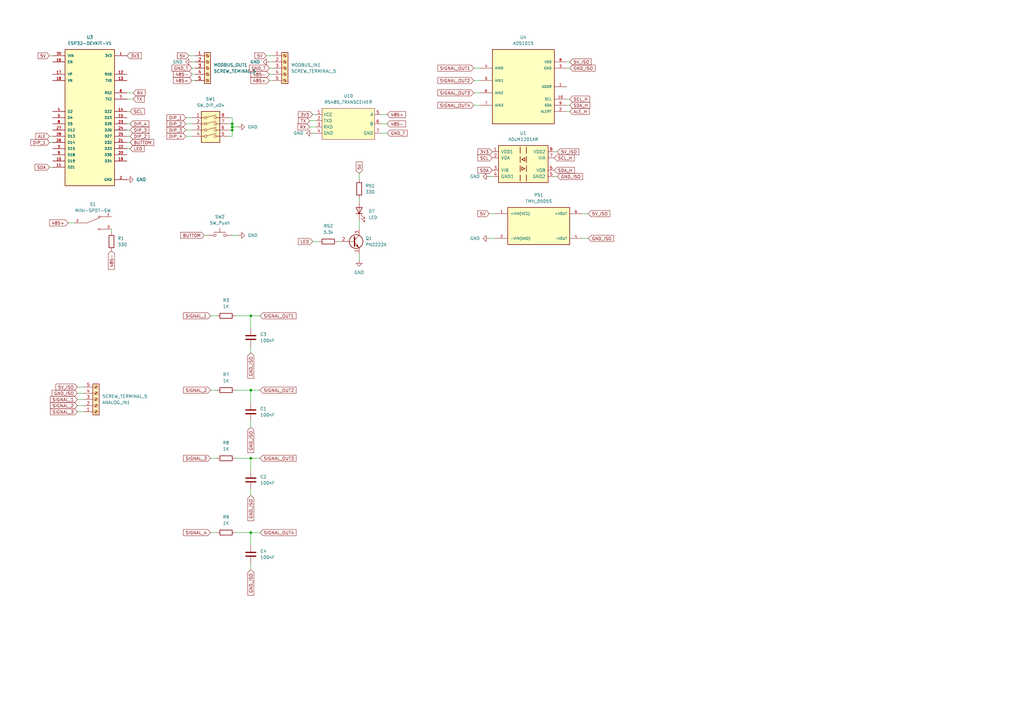
<source format=kicad_sch>
(kicad_sch (version 20250114) (generator "eeschema") (generator_version "9.0")
  (paper "A3")
  (lib_symbols
    (symbol "Connector:Screw_Terminal_01x05" (pin_names (offset 1.016) (hide yes))
      (property "Reference" "J" (at 0 7.62 0))
      (property "Value" "Screw_Terminal_01x05" (at 0 -7.62 0))
      (symbol "Screw_Terminal_01x05_1_1"
        (rectangle (start -1.27 6.35) (end 1.27 -6.35) (stroke (width 0.254)) (fill (type background)))
        (polyline (pts (xy -0.5334 5.4102) (xy 0.3302 4.572)) (stroke (width 0.1524)))
        (polyline (pts (xy -0.5334 2.8702) (xy 0.3302 2.032)) (stroke (width 0.1524)))
        (polyline (pts (xy -0.5334 0.3302) (xy 0.3302 -0.508)) (stroke (width 0.1524)))
        (polyline (pts (xy -0.5334 -2.2098) (xy 0.3302 -3.048)) (stroke (width 0.1524)))
        (polyline (pts (xy -0.5334 -4.7498) (xy 0.3302 -5.588)) (stroke (width 0.1524)))
        (polyline (pts (xy -0.3556 5.588) (xy 0.508 4.7498)) (stroke (width 0.1524)))
        (polyline (pts (xy -0.3556 3.048) (xy 0.508 2.2098)) (stroke (width 0.1524)))
        (polyline (pts (xy -0.3556 0.508) (xy 0.508 -0.3302)) (stroke (width 0.1524)))
        (polyline (pts (xy -0.3556 -2.032) (xy 0.508 -2.8702)) (stroke (width 0.1524)))
        (polyline (pts (xy -0.3556 -4.572) (xy 0.508 -5.4102)) (stroke (width 0.1524)))
        (circle (center 0 5.08) (radius 0.635) (stroke (width 0.1524)))
        (circle (center 0 2.54) (radius 0.635) (stroke (width 0.1524)))
        (circle (center 0 0) (radius 0.635) (stroke (width 0.1524)))
        (circle (center 0 -2.54) (radius 0.635) (stroke (width 0.1524)))
        (circle (center 0 -5.08) (radius 0.635) (stroke (width 0.1524)))
        (pin passive line (at -5.08 5.08 0) (length 3.81) (name "Pin_1") (number "1"))
        (pin passive line (at -5.08 2.54 0) (length 3.81) (name "Pin_2") (number "2"))
        (pin passive line (at -5.08 0 0) (length 3.81) (name "Pin_3") (number "3"))
        (pin passive line (at -5.08 -2.54 0) (length 3.81) (name "Pin_4") (number "4"))
        (pin passive line (at -5.08 -5.08 0) (length 3.81) (name "Pin_5") (number "5"))
      )
    )
    (symbol "Device:C" (pin_numbers (hide yes)) (pin_names (offset 0.254))
      (property "Reference" "C" (at 0.635 2.54 0))
      (property "Value" "C" (at 0.635 -2.54 0))
      (symbol "C_0_1"
        (polyline (pts (xy -2.032 0.762) (xy 2.032 0.762)) (stroke (width 0.508)))
        (polyline (pts (xy -2.032 -0.762) (xy 2.032 -0.762)) (stroke (width 0.508)))
      )
      (symbol "C_1_1"
        (pin passive line (at 0 3.81 270) (length 2.794) (name "~") (number "1"))
        (pin passive line (at 0 -3.81 90) (length 2.794) (name "~") (number "2"))
      )
    )
    (symbol "Device:LED" (pin_numbers (hide yes)) (pin_names (offset 1.016) (hide yes))
      (property "Reference" "D" (at 0 2.54 0))
      (property "Value" "LED" (at 0 -2.54 0))
      (symbol "LED_0_1"
        (polyline (pts (xy -3.048 -0.762) (xy -4.572 -2.286) (xy -3.81 -2.286) (xy -4.572 -2.286) (xy -4.572 -1.524)))
        (polyline (pts (xy -1.778 -0.762) (xy -3.302 -2.286) (xy -2.54 -2.286) (xy -3.302 -2.286) (xy -3.302 -1.524)))
        (polyline (pts (xy -1.27 0) (xy 1.27 0)))
        (polyline (pts (xy -1.27 -1.27) (xy -1.27 1.27)) (stroke (width 0.254)))
        (polyline (pts (xy 1.27 -1.27) (xy 1.27 1.27) (xy -1.27 0) (xy 1.27 -1.27)) (stroke (width 0.254)))
      )
      (symbol "LED_1_1"
        (pin passive line (at -3.81 0 0) (length 2.54) (name "K") (number "1"))
        (pin passive line (at 3.81 0 180) (length 2.54) (name "A") (number "2"))
      )
    )
    (symbol "Device:R" (pin_numbers (hide yes)) (pin_names (offset 0))
      (property "Reference" "R" (at 2.032 0 90))
      (property "Value" "R" (at 0 0 90))
      (symbol "R_0_1"
        (rectangle (start -1.016 -2.54) (end 1.016 2.54) (stroke (width 0.254)))
      )
      (symbol "R_1_1"
        (pin passive line (at 0 3.81 270) (length 1.27) (name "~") (number "1"))
        (pin passive line (at 0 -3.81 90) (length 1.27) (name "~") (number "2"))
      )
    )
    (symbol "ESP32-DEVKIT-V1:ESP32-DEVKIT-V1" (pin_names (offset 1.016))
      (property "Reference" "U" (at -10.16 30.48 0))
      (property "Value" "ESP32-DEVKIT-V1" (at -10.16 -30.48 0))
      (symbol "ESP32-DEVKIT-V1_0_0"
        (rectangle (start -10.16 -27.94) (end 10.16 27.94) (stroke (width 0.254)) (fill (type background)))
        (pin input line (at -15.24 25.4 0) (length 5.08) (name "VIN") (number "30"))
        (pin input line (at -15.24 22.86 0) (length 5.08) (name "EN") (number "16"))
        (pin bidirectional line (at -15.24 17.78 0) (length 5.08) (name "VP") (number "17"))
        (pin bidirectional line (at -15.24 15.24 0) (length 5.08) (name "VN") (number "18"))
        (pin bidirectional line (at -15.24 2.54 0) (length 5.08) (name "D2") (number "4"))
        (pin bidirectional line (at -15.24 0 0) (length 5.08) (name "D4") (number "5"))
        (pin bidirectional line (at -15.24 -2.54 0) (length 5.08) (name "D5") (number "8"))
        (pin bidirectional line (at -15.24 -5.08 0) (length 5.08) (name "D12") (number "27"))
        (pin bidirectional line (at -15.24 -7.62 0) (length 5.08) (name "D13") (number "28"))
        (pin bidirectional line (at -15.24 -10.16 0) (length 5.08) (name "D14") (number "26"))
        (pin bidirectional line (at -15.24 -12.7 0) (length 5.08) (name "D15") (number "3"))
        (pin bidirectional line (at -15.24 -15.24 0) (length 5.08) (name "D18") (number "9"))
        (pin bidirectional line (at -15.24 -17.78 0) (length 5.08) (name "D19") (number "10"))
        (pin bidirectional line (at -15.24 -20.32 0) (length 5.08) (name "D21") (number "11"))
        (pin output line (at 15.24 25.4 180) (length 5.08) (name "3V3") (number "1"))
        (pin input line (at 15.24 17.78 180) (length 5.08) (name "RX0") (number "12"))
        (pin output line (at 15.24 15.24 180) (length 5.08) (name "TX0") (number "13"))
        (pin input line (at 15.24 10.16 180) (length 5.08) (name "RX2") (number "6"))
        (pin output line (at 15.24 7.62 180) (length 5.08) (name "TX2") (number "7"))
        (pin bidirectional line (at 15.24 2.54 180) (length 5.08) (name "D22") (number "14"))
        (pin bidirectional line (at 15.24 0 180) (length 5.08) (name "D23") (number "15"))
        (pin bidirectional line (at 15.24 -2.54 180) (length 5.08) (name "D25") (number "23"))
        (pin bidirectional line (at 15.24 -5.08 180) (length 5.08) (name "D26") (number "24"))
        (pin bidirectional line (at 15.24 -7.62 180) (length 5.08) (name "D27") (number "25"))
        (pin bidirectional line (at 15.24 -10.16 180) (length 5.08) (name "D32") (number "21"))
        (pin bidirectional line (at 15.24 -12.7 180) (length 5.08) (name "D33") (number "22"))
        (pin bidirectional line (at 15.24 -15.24 180) (length 5.08) (name "D35") (number "20"))
        (pin bidirectional line (at 15.24 -17.78 180) (length 5.08) (name "D34") (number "19"))
        (pin power_in line (at 15.24 -25.4 180) (length 5.08) (name "GND") (number "2"))
        (pin power_in line (at 15.24 -25.4 180) (length 5.08) (hide yes) (name "GND") (number "29"))
      )
    )
    (symbol "Isolator:ADuM1201AR" (pin_names (offset 1.016))
      (property "Reference" "U" (at -10.16 8.89 0))
      (property "Value" "ADuM1201AR" (at -2.032 8.89 0))
      (symbol "ADuM1201AR_0_1"
        (rectangle (start -10.16 7.62) (end 10.16 -7.62) (stroke (width 0.254)) (fill (type background)))
        (polyline (pts (xy -1.27 6.985) (xy -1.27 4.445)) (stroke (width 0.254)))
        (polyline (pts (xy -1.27 3.175) (xy -1.27 0.635)) (stroke (width 0.254)))
        (polyline (pts (xy -1.27 -0.635) (xy -1.27 -3.175)) (stroke (width 0.254)))
        (polyline (pts (xy -1.27 -4.445) (xy -1.27 -6.985)) (stroke (width 0.254)))
        (polyline (pts (xy -0.635 -1.27) (xy -0.635 -2.54) (xy 0.635 -1.905) (xy -0.635 -1.27)) (stroke (width 0.254)))
        (polyline (pts (xy 0.635 2.54) (xy 0.635 1.27) (xy -0.635 1.905) (xy 0.635 2.54)) (stroke (width 0.254)))
        (polyline (pts (xy 1.27 6.985) (xy 1.27 4.445)) (stroke (width 0.254)))
        (polyline (pts (xy 1.27 3.175) (xy 1.27 0.635)) (stroke (width 0.254)))
        (polyline (pts (xy 1.27 -0.635) (xy 1.27 -3.175)) (stroke (width 0.254)))
        (polyline (pts (xy 1.27 -4.445) (xy 1.27 -6.985)) (stroke (width 0.254)))
      )
      (symbol "ADuM1201AR_1_1"
        (pin power_in line (at -12.7 5.08 0) (length 2.54) (name "VDD1") (number "1"))
        (pin output line (at -12.7 2.54 0) (length 2.54) (name "VOA") (number "2"))
        (pin input line (at -12.7 -2.54 0) (length 2.54) (name "VIB") (number "3"))
        (pin power_in line (at -12.7 -5.08 0) (length 2.54) (name "GND1") (number "4"))
        (pin power_in line (at 12.7 5.08 180) (length 2.54) (name "VDD2") (number "8"))
        (pin input line (at 12.7 2.54 180) (length 2.54) (name "VIA") (number "7"))
        (pin output line (at 12.7 -2.54 180) (length 2.54) (name "VOB") (number "6"))
        (pin power_in line (at 12.7 -5.08 180) (length 2.54) (name "GND2") (number "5"))
      )
    )
    (symbol "Switch:SW_DIP_x04" (pin_names (offset 0) (hide yes))
      (property "Reference" "SW" (at 0 8.89 0))
      (property "Value" "SW_DIP_x04" (at 0 -6.35 0))
      (symbol "SW_DIP_x04_0_0"
        (circle (center -2.032 5.08) (radius 0.508))
        (circle (center -2.032 2.54) (radius 0.508))
        (circle (center -2.032 0) (radius 0.508))
        (circle (center -2.032 -2.54) (radius 0.508))
        (polyline (pts (xy -1.524 5.207) (xy 2.3622 6.2484)))
        (polyline (pts (xy -1.524 2.667) (xy 2.3622 3.7084)))
        (polyline (pts (xy -1.524 0.127) (xy 2.3622 1.1684)))
        (polyline (pts (xy -1.524 -2.3876) (xy 2.3622 -1.3462)))
        (circle (center 2.032 5.08) (radius 0.508))
        (circle (center 2.032 2.54) (radius 0.508))
        (circle (center 2.032 0) (radius 0.508))
        (circle (center 2.032 -2.54) (radius 0.508))
      )
      (symbol "SW_DIP_x04_0_1"
        (rectangle (start -3.81 7.62) (end 3.81 -5.08) (stroke (width 0.254)) (fill (type background)))
      )
      (symbol "SW_DIP_x04_1_1"
        (pin passive line (at -7.62 5.08 0) (length 5.08) (name "~") (number "1"))
        (pin passive line (at -7.62 2.54 0) (length 5.08) (name "~") (number "2"))
        (pin passive line (at -7.62 0 0) (length 5.08) (name "~") (number "3"))
        (pin passive line (at -7.62 -2.54 0) (length 5.08) (name "~") (number "4"))
        (pin passive line (at 7.62 5.08 180) (length 5.08) (name "~") (number "8"))
        (pin passive line (at 7.62 2.54 180) (length 5.08) (name "~") (number "7"))
        (pin passive line (at 7.62 0 180) (length 5.08) (name "~") (number "6"))
        (pin passive line (at 7.62 -2.54 180) (length 5.08) (name "~") (number "5"))
      )
    )
    (symbol "Switch:SW_Push" (pin_numbers (hide yes)) (pin_names (offset 1.016) (hide yes))
      (property "Reference" "SW" (at 1.27 2.54 0))
      (property "Value" "SW_Push" (at 0 -1.524 0))
      (symbol "SW_Push_0_1"
        (circle (center -2.032 0) (radius 0.508))
        (polyline (pts (xy 0 1.27) (xy 0 3.048)))
        (circle (center 2.032 0) (radius 0.508))
        (polyline (pts (xy 2.54 1.27) (xy -2.54 1.27)))
        (pin passive line (at -5.08 0 0) (length 2.54) (name "1") (number "1"))
        (pin passive line (at 5.08 0 180) (length 2.54) (name "2") (number "2"))
      )
    )
    (symbol "TMH_0505S:TMH_0505S" (pin_names (offset 1.016))
      (property "Reference" "PS" (at -12.7 8.382 0))
      (property "Value" "TMH_0505S" (at -12.7 -10.16 0))
      (symbol "TMH_0505S_0_0"
        (rectangle (start -12.7 -7.62) (end 12.7 7.62) (stroke (width 0.254)) (fill (type background)))
        (pin input line (at -17.78 5.08 0) (length 5.08) (name "+VIN(VCC)") (number "1"))
        (pin input line (at -17.78 -5.08 0) (length 5.08) (name "-VIN(GND)") (number "2"))
        (pin output line (at 17.78 5.08 180) (length 5.08) (name "+VOUT") (number "6"))
        (pin output line (at 17.78 -5.08 180) (length 5.08) (name "-VOUT") (number "4"))
      )
    )
    (symbol "Transistor_BJT:PN2222A" (pin_names (offset 0) (hide yes))
      (property "Reference" "Q" (at 5.08 1.905 0))
      (property "Value" "PN2222A" (at 5.08 0 0))
      (symbol "PN2222A_0_1"
        (polyline (pts (xy -2.54 0) (xy 0.635 0)))
        (polyline (pts (xy 0.635 1.905) (xy 0.635 -1.905)) (stroke (width 0.508)))
        (circle (center 1.27 0) (radius 2.8194) (stroke (width 0.254)))
      )
      (symbol "PN2222A_1_1"
        (polyline (pts (xy 0.635 0.635) (xy 2.54 2.54)))
        (polyline (pts (xy 0.635 -0.635) (xy 2.54 -2.54)))
        (polyline (pts (xy 1.27 -1.778) (xy 1.778 -1.27) (xy 2.286 -2.286) (xy 1.27 -1.778)) (fill (type outline)))
        (pin input line (at -5.08 0 0) (length 2.54) (name "B") (number "2"))
        (pin passive line (at 2.54 5.08 270) (length 2.54) (name "C") (number "3"))
        (pin passive line (at 2.54 -5.08 90) (length 2.54) (name "E") (number "1"))
      )
    )
    (symbol "XY-017:XY-017"
      (property "Reference" "U" (at 0 0 0))
      (symbol "XY-017_1_1"
        (rectangle (start -2.54 -2.54) (end 19.05 -15.24) (fill (type background)))
        (pin power_in line (at -5.08 -5.08 0) (length 2.54) (name "VCC") (number "1"))
        (pin input line (at -5.08 -7.62 0) (length 2.54) (name "TXD") (number "2"))
        (pin output line (at -5.08 -10.16 0) (length 2.54) (name "RXD") (number "3"))
        (pin power_out line (at -5.08 -12.7 0) (length 2.54) (name "GND") (number "4"))
        (pin bidirectional line (at 21.59 -5.08 180) (length 2.54) (name "A") (number "5"))
        (pin bidirectional line (at 21.59 -8.89 180) (length 2.54) (name "B") (number "6"))
        (pin output line (at 21.59 -12.7 180) (length 2.54) (name "GND") (number "7"))
      )
    )
    (symbol "holag:ADS1015" (pin_names (offset 1.016))
      (property "Reference" "U" (at -10.1764 15.7735 0))
      (property "Value" "ADS1015" (at -10.1751 -17.8064 0))
      (symbol "ADS1015_0_0"
        (rectangle (start -12.7 -15.24) (end 12.7 15.24) (stroke (width 0.254)) (fill (type background)))
        (pin input line (at -17.78 7.62 0) (length 5.08) (name "AIN0") (number "4"))
        (pin input line (at -17.78 2.54 0) (length 5.08) (name "AIN1") (number "5"))
        (pin input line (at -17.78 -2.54 0) (length 5.08) (name "AIN2") (number "6"))
        (pin input line (at -17.78 -7.62 0) (length 5.08) (name "AIN3") (number "7"))
        (pin power_in line (at 17.78 10.16 180) (length 5.08) (name "VDD") (number "8"))
        (pin power_in line (at 17.78 7.62 180) (length 5.08) (name "GND") (number "3"))
        (pin input line (at 17.78 0 180) (length 5.08) (name "ADDR") (number "1"))
        (pin bidirectional line (at 17.78 -5.08 180) (length 5.08) (name "SCL") (number "10"))
        (pin bidirectional line (at 17.78 -7.62 180) (length 5.08) (name "SDA") (number "9"))
        (pin output line (at 17.78 -10.16 180) (length 5.08) (name "ALERT") (number "2"))
      )
    )
    (symbol "holag:MINI-SPDT-SW" (pin_names (offset 1.016))
      (property "Reference" "S" (at -2.54 5.08 0))
      (property "Value" "MINI-SPDT-SW" (at -2.54 -5.08 0))
      (symbol "MINI-SPDT-SW_0_0"
        (polyline (pts (xy -2.54 0) (xy -5.08 0)) (stroke (width 0.1524)))
        (polyline (pts (xy -2.54 0) (xy 2.794 2.1336)) (stroke (width 0.1524)))
        (circle (center 2.54 2.54) (radius 0.3302) (stroke (width 0.1524)))
        (circle (center 2.54 -2.54) (radius 0.3302) (stroke (width 0.1524)))
        (polyline (pts (xy 5.08 2.54) (xy 2.921 2.54)) (stroke (width 0.1524)))
        (polyline (pts (xy 5.08 -2.54) (xy 2.921 -2.54)) (stroke (width 0.1524)))
        (pin passive line (at -7.62 0 0) (length 2.54) (name "~") (number "2"))
        (pin passive line (at 7.62 2.54 180) (length 2.54) (name "~") (number "1"))
        (pin passive line (at 7.62 -2.54 180) (length 2.54) (name "~") (number "3"))
      )
    )
    (symbol "power:GND" (power) (pin_numbers (hide yes)) (pin_names (offset 0) (hide yes))
      (property "Value" "GND" (at 0 -3.81 0))
      (symbol "GND_0_1"
        (polyline (pts (xy 0 0) (xy 0 -1.27) (xy 1.27 -1.27) (xy 0 -2.54) (xy -1.27 -1.27) (xy 0 -1.27)))
      )
      (symbol "GND_1_1"
        (pin power_in line (at 0 0 270) (length 0) (name "~") (number "1"))
      )
    )
  )
  (junction (at 102.87 218.44))
  (junction (at 95.25 50.8))
  (junction (at 95.25 53.34))
  (junction (at 95.25 52.07))
  (junction (at 102.87 187.96))
  (junction (at 102.87 160.02))
  (junction (at 102.87 129.54))
  (wire (pts (xy 93.98 53.34) (xy 95.25 53.34)))
  (wire (pts (xy 27.94 91.44) (xy 30.48 91.44)))
  (wire (pts (xy 96.52 218.44) (xy 102.87 218.44)))
  (wire (pts (xy 95.25 50.8) (xy 95.25 52.07)))
  (wire (pts (xy 102.87 231.14) (xy 102.87 233.68)))
  (wire (pts (xy 102.87 172.72) (xy 102.87 175.26)))
  (wire (pts (xy 102.87 218.44) (xy 106.68 218.44)))
  (wire (pts (xy 102.87 160.02) (xy 102.87 165.1)))
  (wire (pts (xy 78.74 30.48) (xy 80.01 30.48)))
  (wire (pts (xy 147.32 81.28) (xy 147.32 82.55)))
  (wire (pts (xy 147.32 71.12) (xy 147.32 73.66)))
  (wire (pts (xy 232.41 25.4) (xy 233.68 25.4)))
  (wire (pts (xy 86.36 218.44) (xy 88.9 218.44)))
  (wire (pts (xy 200.66 72.39) (xy 201.93 72.39)))
  (wire (pts (xy 52.07 40.64) (xy 54.61 40.64)))
  (wire (pts (xy 232.41 27.94) (xy 233.68 27.94)))
  (wire (pts (xy 158.75 46.99) (xy 156.21 46.99)))
  (wire (pts (xy 233.68 43.18) (xy 232.41 43.18)))
  (wire (pts (xy 102.87 129.54) (xy 102.87 134.62)))
  (wire (pts (xy 86.36 129.54) (xy 88.9 129.54)))
  (wire (pts (xy 158.75 50.8) (xy 156.21 50.8)))
  (wire (pts (xy 93.98 50.8) (xy 95.25 50.8)))
  (wire (pts (xy 138.43 99.06) (xy 139.7 99.06)))
  (wire (pts (xy 53.34 53.34) (xy 52.07 53.34)))
  (wire (pts (xy 233.68 40.64) (xy 232.41 40.64)))
  (wire (pts (xy 95.25 96.52) (xy 97.79 96.52)))
  (wire (pts (xy 102.87 187.96) (xy 106.68 187.96)))
  (wire (pts (xy 228.6 72.39) (xy 227.33 72.39)))
  (wire (pts (xy 45.72 93.98) (xy 45.72 95.25)))
  (wire (pts (xy 96.52 129.54) (xy 102.87 129.54)))
  (wire (pts (xy 96.52 160.02) (xy 102.87 160.02)))
  (wire (pts (xy 110.49 27.94) (xy 111.76 27.94)))
  (wire (pts (xy 20.32 58.42) (xy 21.59 58.42)))
  (wire (pts (xy 110.49 25.4) (xy 111.76 25.4)))
  (wire (pts (xy 127 52.07) (xy 129.54 52.07)))
  (wire (pts (xy 147.32 106.68) (xy 147.32 104.14)))
  (wire (pts (xy 95.25 53.34) (xy 95.25 55.88)))
  (wire (pts (xy 83.82 96.52) (xy 85.09 96.52)))
  (wire (pts (xy 200.66 87.63) (xy 203.2 87.63)))
  (wire (pts (xy 147.32 90.17) (xy 147.32 93.98)))
  (wire (pts (xy 200.66 97.79) (xy 203.2 97.79)))
  (wire (pts (xy 102.87 129.54) (xy 106.68 129.54)))
  (wire (pts (xy 110.49 30.48) (xy 111.76 30.48)))
  (wire (pts (xy 102.87 160.02) (xy 106.68 160.02)))
  (wire (pts (xy 52.07 45.72) (xy 53.34 45.72)))
  (wire (pts (xy 95.25 52.07) (xy 95.25 53.34)))
  (wire (pts (xy 52.07 38.1) (xy 54.61 38.1)))
  (wire (pts (xy 127 49.53) (xy 129.54 49.53)))
  (wire (pts (xy 31.75 161.29) (xy 34.29 161.29)))
  (wire (pts (xy 238.76 97.79) (xy 241.3 97.79)))
  (wire (pts (xy 20.32 22.86) (xy 21.59 22.86)))
  (wire (pts (xy 128.27 54.61) (xy 129.54 54.61)))
  (wire (pts (xy 96.52 187.96) (xy 102.87 187.96)))
  (wire (pts (xy 95.25 48.26) (xy 95.25 50.8)))
  (wire (pts (xy 102.87 218.44) (xy 102.87 223.52)))
  (wire (pts (xy 78.74 33.02) (xy 80.01 33.02)))
  (wire (pts (xy 53.34 55.88) (xy 52.07 55.88)))
  (wire (pts (xy 76.2 48.26) (xy 78.74 48.26)))
  (wire (pts (xy 128.27 99.06) (xy 130.81 99.06)))
  (wire (pts (xy 194.31 27.94) (xy 196.85 27.94)))
  (wire (pts (xy 95.25 55.88) (xy 93.98 55.88)))
  (wire (pts (xy 110.49 33.02) (xy 111.76 33.02)))
  (wire (pts (xy 31.75 166.37) (xy 34.29 166.37)))
  (wire (pts (xy 93.98 48.26) (xy 95.25 48.26)))
  (wire (pts (xy 31.75 163.83) (xy 34.29 163.83)))
  (wire (pts (xy 52.07 60.96) (xy 53.34 60.96)))
  (wire (pts (xy 232.41 45.72) (xy 233.68 45.72)))
  (wire (pts (xy 102.87 142.24) (xy 102.87 144.78)))
  (wire (pts (xy 228.6 62.23) (xy 227.33 62.23)))
  (wire (pts (xy 76.2 50.8) (xy 78.74 50.8)))
  (wire (pts (xy 194.31 33.02) (xy 196.85 33.02)))
  (wire (pts (xy 238.76 87.63) (xy 241.3 87.63)))
  (wire (pts (xy 76.2 55.88) (xy 78.74 55.88)))
  (wire (pts (xy 102.87 187.96) (xy 102.87 193.04)))
  (wire (pts (xy 76.2 53.34) (xy 78.74 53.34)))
  (wire (pts (xy 53.34 50.8) (xy 52.07 50.8)))
  (wire (pts (xy 78.74 25.4) (xy 80.01 25.4)))
  (wire (pts (xy 194.31 43.18) (xy 196.85 43.18)))
  (wire (pts (xy 95.25 52.07) (xy 97.79 52.07)))
  (wire (pts (xy 86.36 187.96) (xy 88.9 187.96)))
  (wire (pts (xy 31.75 168.91) (xy 34.29 168.91)))
  (wire (pts (xy 20.32 55.88) (xy 21.59 55.88)))
  (wire (pts (xy 78.74 27.94) (xy 80.01 27.94)))
  (wire (pts (xy 128.27 46.99) (xy 129.54 46.99)))
  (wire (pts (xy 86.36 160.02) (xy 88.9 160.02)))
  (wire (pts (xy 194.31 38.1) (xy 196.85 38.1)))
  (wire (pts (xy 52.07 58.42) (xy 53.34 58.42)))
  (wire (pts (xy 20.32 68.58) (xy 21.59 68.58)))
  (wire (pts (xy 158.75 54.61) (xy 156.21 54.61)))
  (wire (pts (xy 102.87 200.66) (xy 102.87 203.2)))
  (wire (pts (xy 109.22 22.86) (xy 111.76 22.86)))
  (wire (pts (xy 31.75 158.75) (xy 34.29 158.75)))
  (wire (pts (xy 77.47 22.86) (xy 80.01 22.86)))
  (global_label "3V3" (shape input) (at 128.27 46.99 180) (property "Intersheetrefs" "${INTERSHEET_REFS}" (effects (hide yes))))
  (global_label "SIGNAL_1" (shape input) (at 86.36 129.54 180) (property "Intersheetrefs" "${INTERSHEET_REFS}" (effects (hide yes))))
  (global_label "5V" (shape input) (at 147.32 71.12 90) (property "Intersheetrefs" "${INTERSHEET_REFS}" (effects (hide yes))))
  (global_label "485+" (shape input) (at 110.49 33.02 180) (property "Intersheetrefs" "${INTERSHEET_REFS}" (effects (hide yes))))
  (global_label "SIGNAL_OUT4" (shape input) (at 106.68 218.44 0) (property "Intersheetrefs" "${INTERSHEET_REFS}" (effects (hide yes))))
  (global_label "SIGNAL_1" (shape input) (at 31.75 163.83 180) (property "Intersheetrefs" "${INTERSHEET_REFS}" (effects (hide yes))))
  (global_label "BUTTOM" (shape input) (at 53.34 58.42 0) (property "Intersheetrefs" "${INTERSHEET_REFS}" (effects (hide yes))))
  (global_label "GND_T" (shape input) (at 78.74 27.94 180) (property "Intersheetrefs" "${INTERSHEET_REFS}" (effects (hide yes))))
  (global_label "SIGNAL_OUT3" (shape input) (at 106.68 187.96 0) (property "Intersheetrefs" "${INTERSHEET_REFS}" (effects (hide yes))))
  (global_label "485+" (shape input) (at 158.75 46.99 0) (property "Intersheetrefs" "${INTERSHEET_REFS}" (effects (hide yes))))
  (global_label "SDA_H" (shape input) (at 233.68 43.18 0) (property "Intersheetrefs" "${INTERSHEET_REFS}" (effects (hide yes))))
  (global_label "GND_ISO" (shape input) (at 228.6 72.39 0) (property "Intersheetrefs" "${INTERSHEET_REFS}" (effects (hide yes))))
  (global_label "SDA_H" (shape input) (at 227.33 69.85 0) (property "Intersheetrefs" "${INTERSHEET_REFS}" (effects (hide yes))))
  (global_label "5V" (shape input) (at 200.66 87.63 180) (property "Intersheetrefs" "${INTERSHEET_REFS}" (effects (hide yes))))
  (global_label "485-" (shape input) (at 110.49 30.48 180) (property "Intersheetrefs" "${INTERSHEET_REFS}" (effects (hide yes))))
  (global_label "SIGNAL_OUT2" (shape input) (at 194.31 33.02 180) (property "Intersheetrefs" "${INTERSHEET_REFS}" (effects (hide yes))))
  (global_label "485-" (shape input) (at 45.72 102.87 270) (property "Intersheetrefs" "${INTERSHEET_REFS}" (effects (hide yes))))
  (global_label "GND_ISO" (shape input) (at 102.87 175.26 270) (property "Intersheetrefs" "${INTERSHEET_REFS}" (effects (hide yes))))
  (global_label "SDA" (shape input) (at 20.32 68.58 180) (property "Intersheetrefs" "${INTERSHEET_REFS}" (effects (hide yes))))
  (global_label "TX" (shape input) (at 54.61 40.64 0) (property "Intersheetrefs" "${INTERSHEET_REFS}" (effects (hide yes))))
  (global_label "TX" (shape input) (at 127 49.53 180) (property "Intersheetrefs" "${INTERSHEET_REFS}" (effects (hide yes))))
  (global_label "GND_ISO" (shape input) (at 102.87 233.68 270) (property "Intersheetrefs" "${INTERSHEET_REFS}" (effects (hide yes))))
  (global_label "ALE_H" (shape input) (at 233.68 45.72 0) (property "Intersheetrefs" "${INTERSHEET_REFS}" (effects (hide yes))))
  (global_label "5V_ISO" (shape input) (at 233.68 25.4 0) (property "Intersheetrefs" "${INTERSHEET_REFS}" (effects (hide yes))))
  (global_label "DIP_2" (shape input) (at 76.2 50.8 180) (property "Intersheetrefs" "${INTERSHEET_REFS}" (effects (hide yes))))
  (global_label "GND_ISO" (shape input) (at 31.75 161.29 180) (property "Intersheetrefs" "${INTERSHEET_REFS}" (effects (hide yes))))
  (global_label "DIP_3" (shape input) (at 76.2 53.34 180) (property "Intersheetrefs" "${INTERSHEET_REFS}" (effects (hide yes))))
  (global_label "485-" (shape input) (at 78.74 30.48 180) (property "Intersheetrefs" "${INTERSHEET_REFS}" (effects (hide yes))))
  (global_label "RX" (shape input) (at 127 52.07 180) (property "Intersheetrefs" "${INTERSHEET_REFS}" (effects (hide yes))))
  (global_label "5V_ISO" (shape input) (at 241.3 87.63 0) (property "Intersheetrefs" "${INTERSHEET_REFS}" (effects (hide yes))))
  (global_label "GND_ISO" (shape input) (at 102.87 203.2 270) (property "Intersheetrefs" "${INTERSHEET_REFS}" (effects (hide yes))))
  (global_label "DIP_4" (shape input) (at 76.2 55.88 180) (property "Intersheetrefs" "${INTERSHEET_REFS}" (effects (hide yes))))
  (global_label "ALE" (shape input) (at 20.32 55.88 180) (property "Intersheetrefs" "${INTERSHEET_REFS}" (effects (hide yes))))
  (global_label "SIGNAL_OUT1" (shape input) (at 194.31 27.94 180) (property "Intersheetrefs" "${INTERSHEET_REFS}" (effects (hide yes))))
  (global_label "DIP_1" (shape input) (at 76.2 48.26 180) (property "Intersheetrefs" "${INTERSHEET_REFS}" (effects (hide yes))))
  (global_label "SIGNAL_OUT2" (shape input) (at 106.68 160.02 0) (property "Intersheetrefs" "${INTERSHEET_REFS}" (effects (hide yes))))
  (global_label "GND_ISO" (shape input) (at 241.3 97.79 0) (property "Intersheetrefs" "${INTERSHEET_REFS}" (effects (hide yes))))
  (global_label "DIP_4" (shape input) (at 53.34 50.8 0) (property "Intersheetrefs" "${INTERSHEET_REFS}" (effects (hide yes))))
  (global_label "RX" (shape input) (at 54.61 38.1 0) (property "Intersheetrefs" "${INTERSHEET_REFS}" (effects (hide yes))))
  (global_label "GND_T" (shape input) (at 158.75 54.61 0) (property "Intersheetrefs" "${INTERSHEET_REFS}" (effects (hide yes))))
  (global_label "485+" (shape input) (at 78.74 33.02 180) (property "Intersheetrefs" "${INTERSHEET_REFS}" (effects (hide yes))))
  (global_label "5V" (shape input) (at 20.32 22.86 180) (property "Intersheetrefs" "${INTERSHEET_REFS}" (effects (hide yes))))
  (global_label "DIP_2" (shape input) (at 53.34 55.88 0) (property "Intersheetrefs" "${INTERSHEET_REFS}" (effects (hide yes))))
  (global_label "SIGNAL_4" (shape input) (at 86.36 218.44 180) (property "Intersheetrefs" "${INTERSHEET_REFS}" (effects (hide yes))))
  (global_label "3V3" (shape input) (at 201.93 62.23 180) (property "Intersheetrefs" "${INTERSHEET_REFS}" (effects (hide yes))))
  (global_label "485+" (shape input) (at 27.94 91.44 180) (property "Intersheetrefs" "${INTERSHEET_REFS}" (effects (hide yes))))
  (global_label "485-" (shape input) (at 158.75 50.8 0) (property "Intersheetrefs" "${INTERSHEET_REFS}" (effects (hide yes))))
  (global_label "5V_ISO" (shape input) (at 228.6 62.23 0) (property "Intersheetrefs" "${INTERSHEET_REFS}" (effects (hide yes))))
  (global_label "DIP_3" (shape input) (at 53.34 53.34 0) (property "Intersheetrefs" "${INTERSHEET_REFS}" (effects (hide yes))))
  (global_label "SIGNAL_3" (shape input) (at 86.36 187.96 180) (property "Intersheetrefs" "${INTERSHEET_REFS}" (effects (hide yes))))
  (global_label "5V" (shape input) (at 109.22 22.86 180) (property "Intersheetrefs" "${INTERSHEET_REFS}" (effects (hide yes))))
  (global_label "5V" (shape input) (at 77.47 22.86 180) (property "Intersheetrefs" "${INTERSHEET_REFS}" (effects (hide yes))))
  (global_label "SCL" (shape input) (at 53.34 45.72 0) (property "Intersheetrefs" "${INTERSHEET_REFS}" (effects (hide yes))))
  (global_label "SIGNAL_OUT1" (shape input) (at 106.68 129.54 0) (property "Intersheetrefs" "${INTERSHEET_REFS}" (effects (hide yes))))
  (global_label "GND_T" (shape input) (at 110.49 27.94 180) (property "Intersheetrefs" "${INTERSHEET_REFS}" (effects (hide yes))))
  (global_label "5V_ISO" (shape input) (at 31.75 158.75 180) (property "Intersheetrefs" "${INTERSHEET_REFS}" (effects (hide yes))))
  (global_label "SIGNAL_2" (shape input) (at 31.75 166.37 180) (property "Intersheetrefs" "${INTERSHEET_REFS}" (effects (hide yes))))
  (global_label "SIGNAL_OUT4" (shape input) (at 194.31 43.18 180) (property "Intersheetrefs" "${INTERSHEET_REFS}" (effects (hide yes))))
  (global_label "GND_ISO" (shape input) (at 102.87 144.78 270) (property "Intersheetrefs" "${INTERSHEET_REFS}" (effects (hide yes))))
  (global_label "LED" (shape input) (at 128.27 99.06 180) (property "Intersheetrefs" "${INTERSHEET_REFS}" (effects (hide yes))))
  (global_label "SIGNAL_2" (shape input) (at 86.36 160.02 180) (property "Intersheetrefs" "${INTERSHEET_REFS}" (effects (hide yes))))
  (global_label "LED" (shape input) (at 53.34 60.96 0) (property "Intersheetrefs" "${INTERSHEET_REFS}" (effects (hide yes))))
  (global_label "DIP_1" (shape input) (at 20.32 58.42 180) (property "Intersheetrefs" "${INTERSHEET_REFS}" (effects (hide yes))))
  (global_label "SCL_H" (shape input) (at 227.33 64.77 0) (property "Intersheetrefs" "${INTERSHEET_REFS}" (effects (hide yes))))
  (global_label "SCL" (shape input) (at 201.93 64.77 180) (property "Intersheetrefs" "${INTERSHEET_REFS}" (effects (hide yes))))
  (global_label "SDA" (shape input) (at 201.93 69.85 180) (property "Intersheetrefs" "${INTERSHEET_REFS}" (effects (hide yes))))
  (global_label "GND_ISO" (shape input) (at 233.68 27.94 0) (property "Intersheetrefs" "${INTERSHEET_REFS}" (effects (hide yes))))
  (global_label "SIGNAL_OUT3" (shape input) (at 194.31 38.1 180) (property "Intersheetrefs" "${INTERSHEET_REFS}" (effects (hide yes))))
  (global_label "SIGNAL_3" (shape input) (at 31.75 168.91 180) (property "Intersheetrefs" "${INTERSHEET_REFS}" (effects (hide yes))))
  (global_label "3V3" (shape input) (at 52.07 22.86 0) (property "Intersheetrefs" "${INTERSHEET_REFS}" (effects (hide yes))))
  (global_label "BUTTOM" (shape input) (at 83.82 96.52 180) (property "Intersheetrefs" "${INTERSHEET_REFS}" (effects (hide yes))))
  (global_label "SCL_H" (shape input) (at 233.68 40.64 0) (property "Intersheetrefs" "${INTERSHEET_REFS}" (effects (hide yes))))
  (symbol (lib_id "Device:C") (at 102.87 138.43 180) (unit 1)
    (property "Reference" "C3" (at 106.68 137.1599 0) (effects (justify right)))
    (property "Value" "100nF" (at 106.68 139.6999 0) (effects (justify right)))
    (property "Footprint" "Capacitor_THT:C_Rect_L11.0mm_W4.3mm_P10.00mm_MKT" (effects (hide yes)))
    (property "Description" "Unpolarized capacitor" (effects (hide yes)))
  )
  (symbol (lib_id "Device:R") (at 92.71 218.44 90) (unit 1)
    (property "Reference" "R9" (at 92.71 212.09 90))
    (property "Value" "1K" (at 92.71 214.63 90))
    (property "Footprint" "Resistor_THT:R_Axial_DIN0207_L6.3mm_D2.5mm_P7.62mm_Horizontal" (effects (hide yes)))
    (property "Description" "Resistor" (effects (hide yes)))
  )
  (symbol (lib_id "holag:MINI-SPDT-SW") (at 38.1 91.44 0) (unit 1)
    (property "Reference" "S1" (at 38.1 83.82 0))
    (property "Value" "MINI-SPDT-SW" (at 38.1 86.36 0))
    (property "Footprint" "MINI-SPDT-SW:SW_MINI-SPDT-SW" (effects (hide yes)))
  )
  (symbol (lib_id "Connector:Screw_Terminal_01x05") (at 85.09 27.94 0) (unit 1)
    (property "Reference" "MODBUS_OUT1" (at 87.63 26.6699 0) (effects (justify left)))
    (property "Value" "SCREW_TEMINAL_5" (at 87.63 29.2099 0) (effects (justify left)))
    (property "Footprint" "TerminalBlock_Phoenix:TerminalBlock_Phoenix_MKDS-1,5-5-5.08_1x05_P5.08mm_Horizontal" (effects (hide yes)))
    (property "Description" "Generic screw terminal, single row, 01x05, script generated (kicad-library-utils/schlib/autogen/connector/)" (effects (hide yes)))
  )
  (symbol (lib_id "Device:R") (at 147.32 77.47 0) (unit 1)
    (property "Reference" "R51" (at 149.86 76.1999 0) (effects (justify left)))
    (property "Value" "330" (at 149.86 78.7399 0) (effects (justify left)))
    (property "Footprint" "Resistor_THT:R_Axial_DIN0207_L6.3mm_D2.5mm_P7.62mm_Horizontal" (effects (hide yes)))
    (property "Description" "Resistor" (effects (hide yes)))
  )
  (symbol (lib_id "Connector:Screw_Terminal_01x05") (at 116.84 27.94 0) (unit 1)
    (property "Reference" "MODBUS_IN1" (at 119.38 26.6699 0) (effects (justify left)))
    (property "Value" "SCREW_TERMINAL_5" (at 119.38 29.2099 0) (effects (justify left)))
    (property "Footprint" "TerminalBlock_Phoenix:TerminalBlock_Phoenix_MKDS-1,5-5-5.08_1x05_P5.08mm_Horizontal" (effects (hide yes)))
    (property "Description" "Generic screw terminal, single row, 01x05, script generated (kicad-library-utils/schlib/autogen/connector/)" (effects (hide yes)))
  )
  (symbol (lib_id "power:GND") (at 200.66 97.79 270) (unit 1)
    (property "Reference" "#PWR02" (effects (hide yes)))
    (property "Value" "GND" (at 196.85 97.7899 90) (effects (justify right)))
    (property "Description" "Power symbol creates a global label with name \"GND\" , ground" (effects (hide yes)))
  )
  (symbol (lib_id "Device:R") (at 92.71 160.02 90) (unit 1)
    (property "Reference" "R7" (at 92.71 153.67 90))
    (property "Value" "1K" (at 92.71 156.21 90))
    (property "Footprint" "Resistor_THT:R_Axial_DIN0207_L6.3mm_D2.5mm_P7.62mm_Horizontal" (effects (hide yes)))
    (property "Description" "Resistor" (effects (hide yes)))
  )
  (symbol (lib_id "Device:C") (at 102.87 227.33 180) (unit 1)
    (property "Reference" "C4" (at 106.68 226.0599 0) (effects (justify right)))
    (property "Value" "100nF" (at 106.68 228.5999 0) (effects (justify right)))
    (property "Footprint" "Capacitor_THT:C_Rect_L11.0mm_W4.3mm_P10.00mm_MKT" (effects (hide yes)))
    (property "Description" "Unpolarized capacitor" (effects (hide yes)))
  )
  (symbol (lib_id "holag:ADS1015") (at 214.63 35.56 0) (unit 1)
    (property "Reference" "U4" (at 214.63 15.24 0))
    (property "Value" "ADS1015" (at 214.63 17.78 0))
    (property "Footprint" "ads1015:ADS1015" (effects (hide yes)))
  )
  (symbol (lib_id "power:GND") (at 52.07 73.66 90) (unit 1)
    (property "Reference" "#PWR09" (effects (hide yes)))
    (property "Value" "GND" (at 55.88 73.6599 90) (effects (justify right)))
    (property "Description" "Power symbol creates a global label with name \"GND\" , ground" (effects (hide yes)))
  )
  (symbol (lib_id "Device:R") (at 45.72 99.06 0) (unit 1)
    (property "Reference" "R1" (at 48.26 97.7899 0) (effects (justify left)))
    (property "Value" "330" (at 48.26 100.3299 0) (effects (justify left)))
    (property "Footprint" "Resistor_THT:R_Axial_DIN0207_L6.3mm_D2.5mm_P7.62mm_Horizontal" (effects (hide yes)))
    (property "Description" "Resistor" (effects (hide yes)))
  )
  (symbol (lib_id "power:GND") (at 97.79 96.52 90) (unit 1)
    (property "Reference" "#PWR034" (effects (hide yes)))
    (property "Value" "GND" (at 101.6 96.5199 90) (effects (justify right)))
    (property "Description" "Power symbol creates a global label with name \"GND\" , ground" (effects (hide yes)))
  )
  (symbol (lib_id "Switch:SW_DIP_x04") (at 86.36 53.34 0) (unit 1)
    (property "Reference" "SW1" (at 86.36 40.64 0))
    (property "Value" "SW_DIP_x04" (at 86.36 43.18 0))
    (property "Footprint" "Button_Switch_THT:SW_DIP_SPSTx04_Slide_9.78x12.34mm_W7.62mm_P2.54mm" (effects (hide yes)))
    (property "Description" "4x DIP Switch, Single Pole Single Throw (SPST) switch, small symbol" (effects (hide yes)))
  )
  (symbol (lib_id "Transistor_BJT:PN2222A") (at 144.78 99.06 0) (unit 1)
    (property "Reference" "Q1" (at 149.86 97.7899 0) (effects (justify left)))
    (property "Value" "PN2222A" (at 149.86 100.3299 0) (effects (justify left)))
    (property "Footprint" "Package_TO_SOT_THT:TO-92_Inline" (effects (hide yes)))
    (property "Datasheet" "https://www.onsemi.com/pub/Collateral/PN2222-D.PDF" (effects (hide yes)))
    (property "Description" "1A Ic, 40V Vce, NPN Transistor, General Purpose Transistor, TO-92" (effects (hide yes)))
  )
  (symbol (lib_id "Isolator:ADuM1201AR") (at 214.63 67.31 0) (unit 1)
    (property "Reference" "U1" (at 214.63 54.61 0))
    (property "Value" "ADuM1201AR" (at 214.63 57.15 0))
    (property "Footprint" "Package_SO:SOIC-8_3.9x4.9mm_P1.27mm" (effects (hide yes)))
    (property "Datasheet" "https://www.analog.com/media/en/technical-documentation/data-sheets/ADuM1200_1201.pdf" (effects (hide yes)))
    (property "Description" "Dual-channel digital isolator, bidirectional communication, 3V/5V level translation, SOIC-8" (effects (hide yes)))
  )
  (symbol (lib_id "TMH_0505S:TMH_0505S") (at 220.98 92.71 0) (unit 1)
    (property "Reference" "PS1" (at 220.98 80.01 0))
    (property "Value" "TMH_0505S" (at 220.98 82.55 0))
    (property "Footprint" "DC-DC:CONV_TMH_0505S" (effects (hide yes)))
    (property "MF" "Traco Power" (effects (hide yes)))
    (property "MAXIMUM_PACKAGE_HEIGHT" "10.45mm" (effects (hide yes)))
    (property "Package" "None" (effects (hide yes)))
    (property "Price" "None" (effects (hide yes)))
    (property "STANDARD" "IPC 7351B" (effects (hide yes)))
    (property "PARTREV" "March 26,2020" (effects (hide yes)))
    (property "MP" "TMH0505S" (effects (hide yes)))
    (property "Availability" "In Stock" (effects (hide yes)))
    (property "MANUFACTURER" "Traco Power" (effects (hide yes)))
  )
  (symbol (lib_id "Device:C") (at 102.87 196.85 180) (unit 1)
    (property "Reference" "C2" (at 106.68 195.5799 0) (effects (justify right)))
    (property "Value" "100nF" (at 106.68 198.1199 0) (effects (justify right)))
    (property "Footprint" "Capacitor_THT:C_Rect_L11.0mm_W4.3mm_P10.00mm_MKT" (effects (hide yes)))
    (property "Description" "Unpolarized capacitor" (effects (hide yes)))
  )
  (symbol (lib_id "power:GND") (at 128.27 54.61 270) (unit 1)
    (property "Reference" "#PWR031" (effects (hide yes)))
    (property "Value" "GND" (at 124.46 54.6099 90) (effects (justify right)))
    (property "Description" "Power symbol creates a global label with name \"GND\" , ground" (effects (hide yes)))
  )
  (symbol (lib_id "power:GND") (at 110.49 25.4 270) (unit 1)
    (property "Reference" "#PWR032" (effects (hide yes)))
    (property "Value" "GND" (at 106.68 25.3999 90) (effects (justify right)))
    (property "Description" "Power symbol creates a global label with name \"GND\" , ground" (effects (hide yes)))
  )
  (symbol (lib_id "Device:LED") (at 147.32 86.36 90) (unit 1)
    (property "Reference" "D7" (at 151.13 86.6774 90) (effects (justify right)))
    (property "Value" "LED" (at 151.13 89.2174 90) (effects (justify right)))
    (property "Footprint" "LED_THT:LED_D4.0mm" (effects (hide yes)))
    (property "Description" "Light emitting diode" (effects (hide yes)))
    (property "Sim.Pins" "1=K 2=A" (effects (hide yes)))
  )
  (symbol (lib_id "power:GND") (at 147.32 106.68 0) (unit 1)
    (property "Reference" "#PWR035" (effects (hide yes)))
    (property "Value" "GND" (at 147.32 111.76 0))
    (property "Description" "Power symbol creates a global label with name \"GND\" , ground" (effects (hide yes)))
  )
  (symbol (lib_id "Device:R") (at 134.62 99.06 270) (unit 1)
    (property "Reference" "R52" (at 134.62 92.71 90))
    (property "Value" "3.3k" (at 134.62 95.25 90))
    (property "Footprint" "Resistor_THT:R_Axial_DIN0207_L6.3mm_D2.5mm_P7.62mm_Horizontal" (effects (hide yes)))
    (property "Description" "Resistor" (effects (hide yes)))
  )
  (symbol (lib_id "power:GND") (at 200.66 72.39 270) (unit 1)
    (property "Reference" "#PWR03" (effects (hide yes)))
    (property "Value" "GND" (at 196.85 72.3899 90) (effects (justify right)))
    (property "Description" "Power symbol creates a global label with name \"GND\" , ground" (effects (hide yes)))
  )
  (symbol (lib_id "Device:C") (at 102.87 168.91 180) (unit 1)
    (property "Reference" "C1" (at 106.68 167.6399 0) (effects (justify right)))
    (property "Value" "100nF" (at 106.68 170.1799 0) (effects (justify right)))
    (property "Footprint" "Capacitor_THT:C_Rect_L11.0mm_W4.3mm_P10.00mm_MKT" (effects (hide yes)))
    (property "Description" "Unpolarized capacitor" (effects (hide yes)))
  )
  (symbol (lib_id "power:GND") (at 78.74 25.4 270) (unit 1)
    (property "Reference" "#PWR01" (effects (hide yes)))
    (property "Value" "GND" (at 74.93 25.3999 90) (effects (justify right)))
    (property "Description" "Power symbol creates a global label with name \"GND\" , ground" (effects (hide yes)))
  )
  (symbol (lib_id "power:GND") (at 97.79 52.07 90) (unit 1)
    (property "Reference" "#PWR033" (effects (hide yes)))
    (property "Value" "GND" (at 101.6 52.0699 90) (effects (justify right)))
    (property "Description" "Power symbol creates a global label with name \"GND\" , ground" (effects (hide yes)))
  )
  (symbol (lib_id "XY-017:XY-017") (at 134.62 41.91 0) (unit 1)
    (property "Reference" "U10" (at 142.875 39.37 0))
    (property "Value" "RS485_TRANSCEIVER" (at 142.875 41.91 0))
    (property "Footprint" "xy-017:XY-017" (effects (hide yes)))
  )
  (symbol (lib_id "Connector:Screw_Terminal_01x05") (at 39.37 163.83 0) (mirror x) (unit 1)
    (property "Reference" "ANALOG_IN1" (at 41.91 165.1001 0) (effects (justify left)))
    (property "Value" "SCREW_TERMINAL_5" (at 41.91 162.5601 0) (effects (justify left)))
    (property "Footprint" "TerminalBlock_Phoenix:TerminalBlock_Phoenix_MKDS-1,5-5-5.08_1x05_P5.08mm_Horizontal" (effects (hide yes)))
    (property "Description" "Generic screw terminal, single row, 01x05, script generated (kicad-library-utils/schlib/autogen/connector/)" (effects (hide yes)))
  )
  (symbol (lib_id "Device:R") (at 92.71 187.96 90) (unit 1)
    (property "Reference" "R8" (at 92.71 181.61 90))
    (property "Value" "1K" (at 92.71 184.15 90))
    (property "Footprint" "Resistor_THT:R_Axial_DIN0207_L6.3mm_D2.5mm_P7.62mm_Horizontal" (effects (hide yes)))
    (property "Description" "Resistor" (effects (hide yes)))
  )
  (symbol (lib_id "ESP32-DEVKIT-V1:ESP32-DEVKIT-V1") (at 36.83 48.26 0) (unit 1)
    (property "Reference" "U3" (at 36.83 15.24 0))
    (property "Value" "ESP32-DEVKIT-V1" (at 36.83 17.78 0))
    (property "Footprint" "ESP32-DEVKIT-V1:MODULE_ESP32_DEVKIT_V1" (effects (hide yes)))
    (property "MF" "Do it" (effects (hide yes)))
    (property "MAXIMUM_PACKAGE_HEIGHT" "6.8 mm" (effects (hide yes)))
    (property "Package" "None" (effects (hide yes)))
    (property "Price" "None" (effects (hide yes)))
    (property "PARTREV" "N/A" (effects (hide yes)))
    (property "MP" "ESP32-DEVKIT-V1" (effects (hide yes)))
    (property "Availability" "Not in stock" (effects (hide yes)))
    (property "MANUFACTURER" "DOIT" (effects (hide yes)))
  )
  (symbol (lib_id "Device:R") (at 92.71 129.54 90) (unit 1)
    (property "Reference" "R3" (at 92.71 123.19 90))
    (property "Value" "1K" (at 92.71 125.73 90))
    (property "Footprint" "Resistor_THT:R_Axial_DIN0207_L6.3mm_D2.5mm_P7.62mm_Horizontal" (effects (hide yes)))
    (property "Description" "Resistor" (effects (hide yes)))
  )
  (symbol (lib_id "Switch:SW_Push") (at 90.17 96.52 0) (unit 1)
    (property "Reference" "SW2" (at 90.17 88.9 0))
    (property "Value" "SW_Push" (at 90.17 91.44 0))
    (property "Footprint" "Button_Switch_THT:SW_PUSH_6mm" (effects (hide yes)))
    (property "Description" "Push button switch, generic, two pins" (effects (hide yes)))
  )
)
</source>
